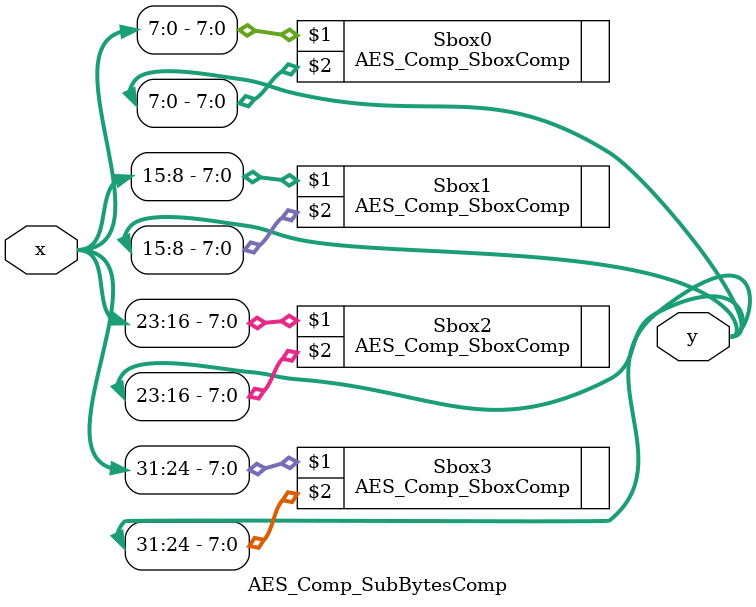
<source format=v>

`include "timescale.v"

module AES_Comp_SubBytesComp (x, y);
  input  [31:0] x;
  output [31:0] y;

  AES_Comp_SboxComp Sbox3(x[31:24], y[31:24]);
  AES_Comp_SboxComp Sbox2(x[23:16], y[23:16]);
  AES_Comp_SboxComp Sbox1(x[15: 8], y[15: 8]);
  AES_Comp_SboxComp Sbox0(x[ 7: 0], y[ 7: 0]);
endmodule

</source>
